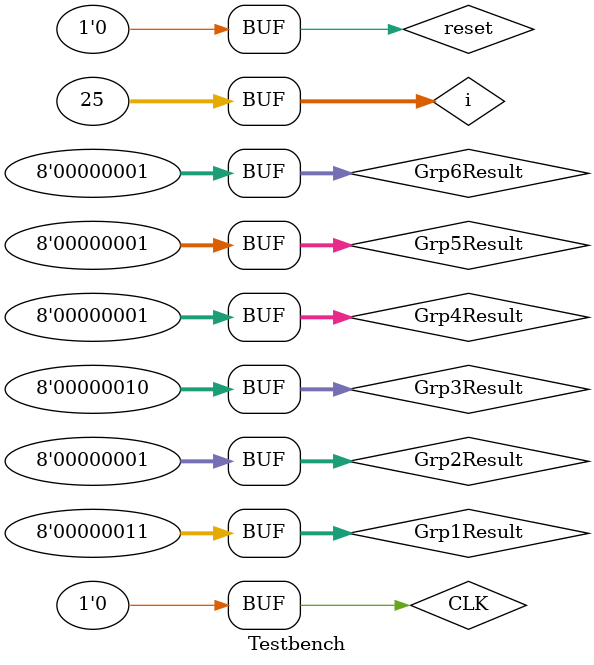
<source format=v>
module Testbench;

   parameter N = 25; // This may change later
   reg reset, CLK;

   //weight ranges from 0 - 2047
   reg [11:0] weight;

   wire [7:0] Grp1, Grp2, Grp3, Grp4, Grp5, Grp6;
   wire [2:0] currentGrp;

   reg [11:0] weightArray[1:N];
   reg [2:0]  currentGrpResult[1:N];

   reg [7:0] Grp1Result, Grp2Result, Grp3Result, Grp4Result, Grp5Result, Grp6Result;

   integer error;
   initial
   begin
      reset = 0;
      CLK = 0;
      weight = 0;

      weightArray[0] = 0;
      weightArray[1] = 2001;
      weightArray[2] = 0;
      weightArray[3] = 1001;
      weightArray[4] = 0;
      weightArray[5] = 801;
      weightArray[6] = 0;
      // All packages before this comment will not be in total due to reset
      weightArray[7] = 501;
      weightArray[8] = 0;
      weightArray[9] = 5;
      weightArray[10] = 0;
      weightArray[11] = 1;
      weightArray[12] = 0;
      weightArray[13] = 201;
      weightArray[14] = 0;
      weightArray[15] = 501;
      weightArray[16] = 0;
      weightArray[17] = 801;
      weightArray[18] = 0;
      weightArray[19] = 1001;
      weightArray[20] = 0;
      weightArray[21] = 2001;
      weightArray[22] = 1001; // Not counted
      weightArray[23] = 0;
      weightArray[24] = 5;
      weightArray[25] = 505; //Not counted

      currentGrpResult[0] = 0;
      currentGrpResult[1] = 6;
      currentGrpResult[2] = 0;
      currentGrpResult[3] = 5;
      currentGrpResult[4] = 0;
      currentGrpResult[5] = 4;
      currentGrpResult[6] = 0;
      currentGrpResult[7] = 3;
      currentGrpResult[8] = 0;
      currentGrpResult[9] = 1;
      currentGrpResult[10] = 0;
      currentGrpResult[11] = 1;
      currentGrpResult[12] = 0;
      currentGrpResult[13] = 2;
      currentGrpResult[14] = 0;
      currentGrpResult[15] = 3;
      currentGrpResult[16] = 0;
      currentGrpResult[17] = 4;
      currentGrpResult[18] = 0;
      currentGrpResult[19] = 5;
      currentGrpResult[20] = 0;
      currentGrpResult[21] = 6;
      currentGrpResult[22] = 5;
      currentGrpResult[23] = 0;
      currentGrpResult[24] = 1;
      currentGrpResult[25] = 3;

      Grp1Result = 3;
      Grp2Result = 1;
      Grp3Result = 2;
      Grp4Result = 1;
      Grp5Result = 1;
      Grp6Result = 1;

      error = 0;
   end

   integer i;

   always
   begin
      for(i = 0; i < N; i = i + 1)
      begin
         if(((i > 4) && (i < 7)) || (i == 0))     // reset is high on iteration 0, 8, 9, 10
         begin
            weight <= weightArray[i];
            reset <= 1;
         end else
         begin
            weight <= weightArray[i];
            reset <=0;
         end

         #5;
         CLK <= 1;
         // Let circuit settle and test inputs
         #3;
         if(currentGrp != currentGrpResult[i]) begin 
            $display("Wrong Group for weight of %d. on iteration %d", weight, i);
            error <= 1;
         end
         else $write("");

         // finish active edge and toggle clock
         #2;
         CLK <= 0;
      end

      if(Grp1Result != Grp1) begin
         $display("Wrong number for Grp1");
         error <= 1;
      end
      else $write("");
      if(Grp2Result != Grp2) begin
         $display("Wrong number for Grp2");
         error <= 1;
      end
      else $write("");
      if(Grp3Result != Grp3) begin
         $display("Wrong number for Grp3");
         error <= 1;
      end
      else $write("");
      if(Grp4Result != Grp4) begin
         $display("Wrong number for Grp4");
         error <= 1;
      end
      else $write("");
      if(Grp5Result != Grp5) begin 
         $display("Wrong number for Grp5");
         error <= 1;
      end
      else $write("");
      if(Grp6Result != Grp6) begin
         $display("Wrong number for Grp6");
         error <= 1;
      end
      else $write("");
      
      // Allow time for error to get updated before assigning pass/fail
      #1;
      
      if(error == 0) $display("Test Passed!");
      else $display("TEST FAILED");
      
      // Long Idle time to indicate end of test
      #200;
   end

   Package_Sorter Ps(weight, Grp1, Grp2, Grp3, Grp4, Grp5, Grp6, currentGrp, reset, CLK);
endmodule
</source>
